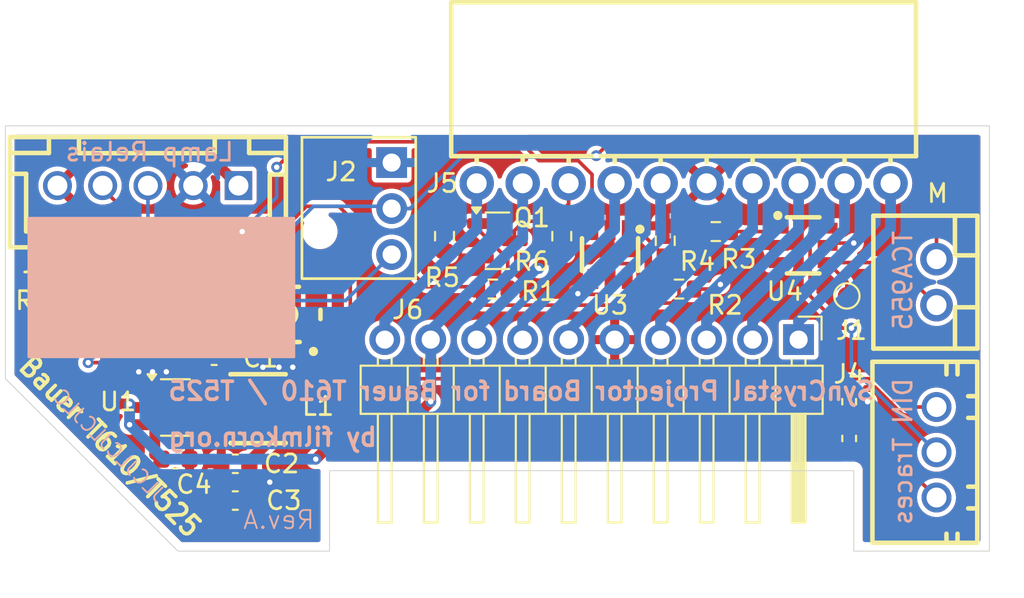
<source format=kicad_pcb>
(kicad_pcb (version 20240108) (generator "pcbnew") (generator_version "8.0")
  (layers (0 "F.Cu" signal) (31 "B.Cu" signal) (34 "B.Paste" user) (35 "F.Paste" user) (36 "B.SilkS" user "B.Silkscreen") (37 "F.SilkS" user "F.Silkscreen") (38 "B.Mask" user) (39 "F.Mask" user) (44 "Edge.Cuts" user))
  (net 0 "")
  (net 1 "Net-(U1-BST)")
  (net 2 "Net-(U1-SW)")
  (net 3 "GND")
  (net 4 "+5V")
  (net 5 "+15V")
  (net 6 "/M-Pin")
  (net 7 "/Pin_678")
  (net 8 "/Ctrl_V_in")
  (net 9 "/Stop_EN")
  (net 10 "/DAC_EN")
  (net 11 "Net-(J5-Pin_1)")
  (net 12 "Net-(J5-Pin_8)")
  (net 13 "Net-(J5-Pin_7)")
  (net 14 "Net-(J5-Pin_10)")
  (net 15 "Net-(J5-Pin_4)")
  (net 16 "Net-(J5-Pin_3)")
  (net 17 "Net-(R3-Pad1)")
  (net 18 "Net-(R3-Pad2)")
  (net 20 "Net-(J5-Pin_6)")
  (net 21 "Net-(J5-Pin_2)")
  (net 22 "Net-(J6-Pin_8)")
  (net 23 "Net-(R2-Pad1)")
  (net 24 "Net-(Q1-G)")
  (net 25 "Net-(U5-+)")
  (net 26 "Net-(R9-Pad2)")
  (net 28 "Net-(R9-Pad1)")
  (net 29 "Net-(U5--)")
  (net 30 "Net-(J4-Pin_3)")
  (footprint "TestPoint:TestPoint_Pad_D1.0mm" (layer "F.Cu") (at 209.677 85.598)
    (property "Reference" "TP1" (hide yes))
    (property "Value" "678")
    (pad "1" smd circle (at 0 0) (size 1 1) (layers "F.Cu" "F.Mask") (net 7 "/Pin_678"))
  )
  (footprint "easyEDA:IND-SMD_L3.0-W3.0" (layer "F.Cu") (at 177.152 91.821 180)
    (property "Reference" "L1" (at -3.315 0.127 0) (layer "F.SilkS"))
    (property "Value" "4.7uH")
    (pad "1" smd rect (at 1.33 0 180) (size 1.5 3.32) (layers "F.Cu" "F.Paste" "F.Mask") (net 2 "Net-(U1-SW)"))
    (pad "2" smd rect (at -1.33 0 180) (size 1.5 3.32) (layers "F.Cu" "F.Paste" "F.Mask") (net 4 "+5V"))
  )
  (footprint "Resistor_SMD:R_0402_1005Metric" (layer "F.Cu") (at 209.804 91.44 90)
    (property "Reference" "R12" (hide yes))
    (property "Value" "40k2")
    (pad "1" smd roundrect (at -0.51 0 90) (size 0.54 0.64) (layers "F.Cu" "F.Paste" "F.Mask") (net 30 "Net-(J4-Pin_3)"))
    (pad "2" smd roundrect (at 0.51 0 90) (size 0.54 0.64) (layers "F.Cu" "F.Paste" "F.Mask") (net 4 "+5V"))
  )
  (footprint "Resistor_SMD:R_0603_1608Metric" (layer "F.Cu") (at 168.91 88.138 -90)
    (property "Reference" "R10" (at -0.762 2.286 0) (layer "F.SilkS"))
    (property "Value" "10k")
    (pad "1" smd roundrect (at -0.825 0 270) (size 0.8 0.95) (layers "F.Cu" "F.Paste" "F.Mask") (net 29 "Net-(U5--)"))
    (pad "2" smd roundrect (at 0.825 0 270) (size 0.8 0.95) (layers "F.Cu" "F.Paste" "F.Mask") (net 8 "/Ctrl_V_in"))
  )
  (footprint "Capacitor_SMD:C_0603_1608Metric" (layer "F.Cu") (at 175.895 94.869 180)
    (property "Reference" "C2" (at -2.553 0 0) (layer "F.SilkS"))
    (property "Value" "22u")
    (pad "1" smd roundrect (at -0.775 0 180) (size 0.9 0.95) (layers "F.Cu" "F.Paste" "F.Mask") (net 4 "+5V"))
    (pad "2" smd roundrect (at 0.775 0 180) (size 0.9 0.95) (layers "F.Cu" "F.Paste" "F.Mask") (net 3 "GND"))
  )
  (footprint "Resistor_SMD:R_0603_1608Metric" (layer "F.Cu") (at 187.452 82.296 90)
    (property "Reference" "R5" (at -2.286 -0.127 180) (layer "F.SilkS"))
    (property "Value" "10k")
    (pad "1" smd roundrect (at -0.825 0 90) (size 0.8 0.95) (layers "F.Cu" "F.Paste" "F.Mask") (net 3 "GND"))
    (pad "2" smd roundrect (at 0.825 0 90) (size 0.8 0.95) (layers "F.Cu" "F.Paste" "F.Mask") (net 24 "Net-(Q1-G)"))
  )
  (footprint "Capacitor_SMD:C_0603_1608Metric" (layer "F.Cu") (at 172.593 94.615)
    (property "Reference" "C4" (at 1.016 1.397 0) (layer "F.SilkS"))
    (property "Value" "10u")
    (pad "1" smd roundrect (at -0.775 0) (size 0.9 0.95) (layers "F.Cu" "F.Paste" "F.Mask") (net 5 "+15V"))
    (pad "2" smd roundrect (at 0.775 0) (size 0.9 0.95) (layers "F.Cu" "F.Paste" "F.Mask") (net 3 "GND"))
  )
  (footprint "Resistor_SMD:R_0603_1608Metric" (layer "F.Cu") (at 202.438 82.042)
    (property "Reference" "R3" (at 1.27 1.524 0) (layer "F.SilkS"))
    (property "Value" "5k6")
    (pad "1" smd roundrect (at -0.825 0) (size 0.8 0.95) (layers "F.Cu" "F.Paste" "F.Mask") (net 17 "Net-(R3-Pad1)"))
    (pad "2" smd roundrect (at 0.825 0) (size 0.8 0.95) (layers "F.Cu" "F.Paste" "F.Mask") (net 18 "Net-(R3-Pad2)"))
  )
  (footprint "Peacemans Teile:PinHeader_1x03_P2.54mm_Vertical_BAUER" (layer "F.Cu") (at 184.531 78.232)
    (property "Reference" "J2" (at -2.794 0.508 0) (layer "F.SilkS"))
    (property "Value" "to DIN connecting 3+1 Socket cable")
    (pad "" np_thru_hole circle (at -3.9624 3.81) (size 1 1) (drill 1.45) (layers "F&B.Cu"))
    (pad "1" thru_hole rect (at 0 0) (size 1.7 1.7) (drill 1) (layers "*.Cu" "*.Mask") (net 4 "+5V"))
    (pad "2" thru_hole oval (at 0 2.54) (size 1.7 1.7) (drill 1) (layers "*.Cu" "*.Mask") (net 6 "/M-Pin"))
    (pad "3" thru_hole oval (at 0 5.08) (size 1.7 1.7) (drill 1) (layers "*.Cu" "*.Mask") (net 8 "/Ctrl_V_in"))
  )
  (footprint "Package_TO_SOT_SMD:TSOT-23-6" (layer "F.Cu") (at 172.5855 91.76)
    (property "Reference" "U1" (at -3.1675 -0.32 0) (layer "F.SilkS"))
    (property "Value" "AP63205WU")
    (pad "1" smd roundrect (at -1.1375 -0.95) (size 1.325 0.6) (layers "F.Cu" "F.Paste" "F.Mask") (net 4 "+5V"))
    (pad "2" smd roundrect (at -1.1375 0) (size 1.325 0.6) (layers "F.Cu" "F.Paste" "F.Mask") (net 5 "+15V"))
    (pad "3" smd roundrect (at -1.1375 0.95) (size 1.325 0.6) (layers "F.Cu" "F.Paste" "F.Mask") (net 5 "+15V"))
    (pad "4" smd roundrect (at 1.1375 0.95) (size 1.325 0.6) (layers "F.Cu" "F.Paste" "F.Mask") (net 3 "GND"))
    (pad "5" smd roundrect (at 1.1375 0) (size 1.325 0.6) (layers "F.Cu" "F.Paste" "F.Mask") (net 2 "Net-(U1-SW)"))
    (pad "6" smd roundrect (at 1.1375 -0.95) (size 1.325 0.6) (layers "F.Cu" "F.Paste" "F.Mask") (net 1 "Net-(U1-BST)"))
  )
  (footprint "easyEDA:SOT-23-6_L2.9-W1.6-P0.95-LS2.8-BR" (layer "F.Cu") (at 207.264 82.804 180)
    (property "Reference" "U4" (at 1.016 -2.54 180) (layer "F.SilkS"))
    (property "Value" "TS5A3160DBVR-TP")
    (pad "1" smd rect (at 1.35 0.95 180) (size 1.1 0.6) (layers "F.Cu" "F.Paste" "F.Mask") (net 18 "Net-(R3-Pad2)"))
    (pad "2" smd rect (at 1.35 0 180) (size 1.1 0.6) (layers "F.Cu" "F.Paste" "F.Mask") (net 3 "GND"))
    (pad "3" smd rect (at 1.35 -0.95 180) (size 1.1 0.6) (layers "F.Cu" "F.Paste" "F.Mask"))
    (pad "4" smd rect (at -1.35 -0.95 180) (size 1.1 0.6) (layers "F.Cu" "F.Paste" "F.Mask") (net 7 "/Pin_678"))
    (pad "5" smd rect (at -1.35 0 180) (size 1.1 0.6) (layers "F.Cu" "F.Paste" "F.Mask") (net 4 "+5V"))
    (pad "6" smd rect (at -1.35 0.95 180) (size 1.1 0.6) (layers "F.Cu" "F.Paste" "F.Mask") (net 10 "/DAC_EN"))
  )
  (footprint "easyEDA:SOT-23-5_L2.9-W1.6-P0.95-LS2.8-BR" (layer "F.Cu") (at 172.212 85.09 90)
    (property "Reference" "U5" (at -0.889 2.667 180) (layer "F.SilkS"))
    (property "Value" "TSV911ILT")
    (pad "1" smd rect (at 1.1 0.95 180) (size 0.6 1) (layers "F.Cu" "F.Paste" "F.Mask") (net 28 "Net-(R9-Pad1)"))
    (pad "2" smd rect (at 1.1 0 180) (size 0.6 1) (layers "F.Cu" "F.Paste" "F.Mask") (net 3 "GND"))
    (pad "3" smd rect (at 1.1 -0.95 180) (size 0.6 1) (layers "F.Cu" "F.Paste" "F.Mask") (net 25 "Net-(U5-+)"))
    (pad "4" smd rect (at -1.1 -0.95 180) (size 0.6 1) (layers "F.Cu" "F.Paste" "F.Mask") (net 29 "Net-(U5--)"))
    (pad "5" smd rect (at -1.1 0.95 180) (size 0.6 1) (layers "F.Cu" "F.Paste" "F.Mask") (net 4 "+5V"))
  )
  (footprint "Resistor_SMD:R_0603_1608Metric" (layer "F.Cu") (at 166.497 84.963 -90)
    (property "Reference" "R7" (at 0.889 1.778 180) (layer "F.SilkS"))
    (property "Value" "10k")
    (pad "1" smd roundrect (at -0.825 0 270) (size 0.8 0.95) (layers "F.Cu" "F.Paste" "F.Mask") (net 25 "Net-(U5-+)"))
    (pad "2" smd roundrect (at 0.825 0 270) (size 0.8 0.95) (layers "F.Cu" "F.Paste" "F.Mask") (net 4 "+5V"))
  )
  (footprint "easyEDA:CONN-TH_5P-P2.50_ZX-XH2.54-5PZZ" (layer "F.Cu") (at 171.069 79.502 180)
    (property "Reference" "J3" (at 6.096 -4.318 0) (layer "F.SilkS"))
    (property "Value" "to Lamp Relay Board")
    (pad "1" thru_hole rect (at -5 0 180) (size 1.52 1.6) (drill 1.100023) (layers "*.Cu" "*.Mask") (net 5 "+15V"))
    (pad "2" thru_hole circle (at -2.5 0 180) (size 1.6 1.6) (drill 1.100023) (layers "*.Cu" "*.Mask") (net 4 "+5V"))
    (pad "3" thru_hole circle (at 0 0 180) (size 1.6 1.6) (drill 1.100023) (layers "*.Cu" "*.Mask") (net 6 "/M-Pin"))
    (pad "4" thru_hole circle (at 2.5 0 180) (size 1.6 1.6) (drill 1.100023) (layers "*.Cu" "*.Mask") (net 9 "/Stop_EN"))
    (pad "5" thru_hole circle (at 5 0 180) (size 1.6 1.6) (drill 1.100023) (layers "*.Cu" "*.Mask") (net 3 "GND"))
  )
  (footprint "easyEDA:CONN-TH_2P-P2.54_ZX-XH2.54-2PZZ-Y" (layer "F.Cu") (at 214.63 84.836 90)
    (property "Reference" "J1" (at -2.667 -4.699 180) (layer "F.SilkS"))
    (property "Value" "to TCA955 PCB")
    (pad "1" thru_hole circle (at 1.27 0 90) (size 1.8 1.8) (drill 1.100023) (layers "*.Cu" "*.Mask") (net 6 "/M-Pin"))
    (pad "2" thru_hole circle (at -1.27 0 90) (size 1.8 1.8) (drill 1.100023) (layers "*.Cu" "*.Mask") (net 7 "/Pin_678"))
  )
  (footprint "Resistor_SMD:R_0603_1608Metric" (layer "F.Cu") (at 193.929 82.296 90)
    (property "Reference" "R6" (at -1.397 -1.651 180) (layer "F.SilkS"))
    (property "Value" "10k")
    (pad "1" smd roundrect (at -0.825 0 90) (size 0.8 0.95) (layers "F.Cu" "F.Paste" "F.Mask") (net 22 "Net-(J6-Pin_8)"))
    (pad "2" smd roundrect (at 0.825 0 90) (size 0.8 0.95) (layers "F.Cu" "F.Paste" "F.Mask") (net 12 "Net-(J5-Pin_8)"))
  )
  (footprint "Capacitor_SMD:C_0603_1608Metric" (layer "F.Cu") (at 175.895 96.901 180)
    (property "Reference" "C3" (at -2.68 0 0) (layer "F.SilkS"))
    (property "Value" "22u")
    (pad "1" smd roundrect (at -0.775 0 180) (size 0.9 0.95) (layers "F.Cu" "F.Paste" "F.Mask") (net 4 "+5V"))
    (pad "2" smd roundrect (at 0.775 0 180) (size 0.9 0.95) (layers "F.Cu" "F.Paste" "F.Mask") (net 3 "GND"))
  )
  (footprint "Resistor_SMD:R_0402_1005Metric" (layer "F.Cu") (at 209.804 93.472 90)
    (property "Reference" "R11" (hide yes))
    (property "Value" "10k")
    (pad "1" smd roundrect (at -0.51 0 90) (size 0.54 0.64) (layers "F.Cu" "F.Paste" "F.Mask") (net 3 "GND"))
    (pad "2" smd roundrect (at 0.51 0 90) (size 0.54 0.64) (layers "F.Cu" "F.Paste" "F.Mask") (net 30 "Net-(J4-Pin_3)"))
  )
  (footprint "easyEDA:RES-ADJ-SMD_3P-L3.8-W3.7_VGF39NCHXT" (layer "F.Cu") (at 178.689 86.614)
    (property "Reference" "RV1" (hide yes))
    (property "Value" "300")
    (pad "1" smd rect (at 1.68 1) (size 1.2 1.2) (layers "F.Cu" "F.Paste" "F.Mask"))
    (pad "2" smd rect (at -1.68 -0.01) (size 1.6 1.5) (layers "F.Cu" "F.Paste" "F.Mask") (net 29 "Net-(U5--)"))
    (pad "3" smd rect (at 1.68 -1) (size 1.2 1.2) (layers "F.Cu" "F.Paste" "F.Mask") (net 26 "Net-(R9-Pad2)"))
  )
  (footprint "Resistor_SMD:R_0603_1608Metric" (layer "F.Cu") (at 177.165 83.947)
    (property "Reference" "R9" (at -2.286 0.254 0) (layer "F.SilkS"))
    (property "Value" "2k7")
    (pad "1" smd roundrect (at -0.825 0) (size 0.8 0.95) (layers "F.Cu" "F.Paste" "F.Mask") (net 28 "Net-(R9-Pad1)"))
    (pad "2" smd roundrect (at 0.825 0) (size 0.8 0.95) (layers "F.Cu" "F.Paste" "F.Mask") (net 26 "Net-(R9-Pad2)"))
  )
  (footprint "easyEDA:HDR-TH_10P-P2.54-H-F-W10.0-N" (layer "F.Cu") (at 200.66 79.375 180)
    (property "Reference" "J5" (at 13.335 0 0) (layer "F.SilkS"))
    (property "Value" "Relais Board")
    (pad "1" thru_hole circle (at -11.43 0 180) (size 1.9 1.9) (drill 1.100023) (layers "*.Cu" "*.Mask") (net 11 "Net-(J5-Pin_1)"))
    (pad "2" thru_hole circle (at -8.89 0 180) (size 1.9 1.9) (drill 1.100023) (layers "*.Cu" "*.Mask") (net 21 "Net-(J5-Pin_2)"))
    (pad "3" thru_hole circle (at -6.35 0 180) (size 1.9 1.9) (drill 1.100023) (layers "*.Cu" "*.Mask") (net 16 "Net-(J5-Pin_3)"))
    (pad "4" thru_hole circle (at -3.81 0 180) (size 1.9 1.9) (drill 1.100023) (layers "*.Cu" "*.Mask") (net 15 "Net-(J5-Pin_4)"))
    (pad "5" thru_hole circle (at -1.27 0 180) (size 1.9 1.9) (drill 1.100023) (layers "*.Cu" "*.Mask") (net 3 "GND"))
    (pad "6" thru_hole circle (at 1.27 0 180) (size 1.9 1.9) (drill 1.100023) (layers "*.Cu" "*.Mask") (net 20 "Net-(J5-Pin_6)"))
    (pad "7" thru_hole circle (at 3.81 0 180) (size 1.9 1.9) (drill 1.100023) (layers "*.Cu" "*.Mask") (net 13 "Net-(J5-Pin_7)"))
    (pad "8" thru_hole circle (at 6.35 0 180) (size 1.9 1.9) (drill 1.100023) (layers "*.Cu" "*.Mask") (net 12 "Net-(J5-Pin_8)"))
    (pad "9" thru_hole circle (at 8.89 0 180) (size 1.9 1.9) (drill 1.100023) (layers "*.Cu" "*.Mask") (net 5 "+15V"))
    (pad "10" thru_hole circle (at 11.43 0 180) (size 1.9 1.9) (drill 1.100023) (layers "*.Cu" "*.Mask") (net 14 "Net-(J5-Pin_10)"))
  )
  (footprint "Resistor_SMD:R_0603_1608Metric" (layer "F.Cu") (at 199.644 82.55 -90)
    (property "Reference" "R4" (at 1.143 -1.778 0) (layer "F.SilkS"))
    (property "Value" "2k7")
    (pad "1" smd roundrect (at -0.825 0 270) (size 0.8 0.95) (layers "F.Cu" "F.Paste" "F.Mask") (net 3 "GND"))
    (pad "2" smd roundrect (at 0.825 0 270) (size 0.8 0.95) (layers "F.Cu" "F.Paste" "F.Mask") (net 23 "Net-(R2-Pad1)"))
  )
  (footprint "Resistor_SMD:R_0603_1608Metric" (layer "F.Cu") (at 168.91 84.963 90)
    (property "Reference" "R8" (hide yes))
    (property "Value" "4k7")
    (pad "1" smd roundrect (at -0.825 0 90) (size 0.8 0.95) (layers "F.Cu" "F.Paste" "F.Mask") (net 3 "GND"))
    (pad "2" smd roundrect (at 0.825 0 90) (size 0.8 0.95) (layers "F.Cu" "F.Paste" "F.Mask") (net 25 "Net-(U5-+)"))
  )
  (footprint "easyEDA:CONN-TH_ZX-XH2.54-3PZZ-Y" (layer "F.Cu") (at 214.63 94.234 -90)
    (property "Reference" "J4" (at -4.318 4.826 180) (layer "F.SilkS"))
    (property "Value" "to DIN Socket traces")
    (pad "1" thru_hole circle (at -2.5 0 270) (size 1.65 1.65) (drill 1.100023) (layers "*.Cu" "*.Mask") (net 9 "/Stop_EN"))
    (pad "2" thru_hole circle (at 0 0 270) (size 1.65 1.65) (drill 1.100023) (layers "*.Cu" "*.Mask") (net 10 "/DAC_EN"))
    (pad "3" thru_hole circle (at 2.5 0 270) (size 1.65 1.65) (drill 1.100023) (layers "*.Cu" "*.Mask") (net 30 "Net-(J4-Pin_3)"))
  )
  (footprint "Package_TO_SOT_SMD:SOT-23" (layer "F.Cu") (at 190.373 82.55)
    (property "Reference" "Q1" (at 1.905 -1.27 0) (layer "F.SilkS"))
    (property "Value" "AO3400A")
    (pad "1" smd roundrect (at -0.9375 -0.95) (size 1.475 0.6) (layers "F.Cu" "F.Paste" "F.Mask") (net 24 "Net-(Q1-G)"))
    (pad "2" smd roundrect (at -0.9375 0.95) (size 1.475 0.6) (layers "F.Cu" "F.Paste" "F.Mask") (net 3 "GND"))
    (pad "3" smd roundrect (at 0.9375 0) (size 1.475 0.6) (layers "F.Cu" "F.Paste" "F.Mask") (net 12 "Net-(J5-Pin_8)"))
  )
  (footprint "easyEDA:SOT-23-6_L2.9-W1.6-P0.95-LS2.8-BR" (layer "F.Cu") (at 196.596 83.312 90)
    (property "Reference" "U3" (at -2.794 0 180) (layer "F.SilkS"))
    (property "Value" "TS5A3160DBVR-TP")
    (pad "1" smd rect (at 1.35 0.95 90) (size 1.1 0.6) (layers "F.Cu" "F.Paste" "F.Mask") (net 23 "Net-(R2-Pad1)"))
    (pad "2" smd rect (at 1.35 0 90) (size 1.1 0.6) (layers "F.Cu" "F.Paste" "F.Mask") (net 3 "GND"))
    (pad "3" smd rect (at 1.35 -0.95 90) (size 1.1 0.6) (layers "F.Cu" "F.Paste" "F.Mask") (net 28 "Net-(R9-Pad1)"))
    (pad "4" smd rect (at -1.35 -0.95 90) (size 1.1 0.6) (layers "F.Cu" "F.Paste" "F.Mask") (net 17 "Net-(R3-Pad1)"))
    (pad "5" smd rect (at -1.35 0 90) (size 1.1 0.6) (layers "F.Cu" "F.Paste" "F.Mask") (net 4 "+5V"))
    (pad "6" smd rect (at -1.35 0.95 90) (size 1.1 0.6) (layers "F.Cu" "F.Paste" "F.Mask") (net 9 "/Stop_EN"))
  )
  (footprint "Resistor_SMD:R_0603_1608Metric" (layer "F.Cu") (at 200.406 85.217)
    (property "Reference" "R2" (at 2.54 0.889 180) (layer "F.SilkS"))
    (property "Value" "6k8")
    (pad "1" smd roundrect (at -0.825 0) (size 0.8 0.95) (layers "F.Cu" "F.Paste" "F.Mask") (net 23 "Net-(R2-Pad1)"))
    (pad "2" smd roundrect (at 0.825 0) (size 0.8 0.95) (layers "F.Cu" "F.Paste" "F.Mask") (net 4 "+5V"))
  )
  (footprint "Capacitor_SMD:C_0603_1608Metric" (layer "F.Cu") (at 171.577 88.011 180)
    (property "Reference" "C5" (at -2.54 0.508 0) (layer "F.SilkS"))
    (property "Value" "100n")
    (pad "1" smd roundrect (at -0.775 0 180) (size 0.9 0.95) (layers "F.Cu" "F.Paste" "F.Mask") (net 4 "+5V"))
    (pad "2" smd roundrect (at 0.775 0 180) (size 0.9 0.95) (layers "F.Cu" "F.Paste" "F.Mask") (net 3 "GND"))
  )
  (footprint "Connector_PinHeader_2.54mm:PinHeader_1x10_P2.54mm_Horizontal" (layer "F.Cu") (at 207.01 88.011 -90)
    (property "Reference" "J6" (at -1.651 21.59 180) (layer "F.SilkS"))
    (property "Value" "uC Cable")
    (pad "1" thru_hole rect (at 0 0 270) (size 1.7 1.7) (drill 1) (layers "*.Cu" "*.Mask") (net 11 "Net-(J5-Pin_1)"))
    (pad "2" thru_hole oval (at 0 2.54 270) (size 1.7 1.7) (drill 1) (layers "*.Cu" "*.Mask") (net 21 "Net-(J5-Pin_2)"))
    (pad "3" thru_hole oval (at 0 5.08 270) (size 1.7 1.7) (drill 1) (layers "*.Cu" "*.Mask") (net 16 "Net-(J5-Pin_3)"))
    (pad "4" thru_hole oval (at 0 7.62 270) (size 1.7 1.7) (drill 1) (layers "*.Cu" "*.Mask") (net 15 "Net-(J5-Pin_4)"))
    (pad "5" thru_hole oval (at 0 10.16 270) (size 1.7 1.7) (drill 1) (layers "*.Cu" "*.Mask") (net 3 "GND"))
    (pad "6" thru_hole oval (at 0 12.7 270) (size 1.7 1.7) (drill 1) (layers "*.Cu" "*.Mask") (net 20 "Net-(J5-Pin_6)"))
    (pad "7" thru_hole oval (at 0 15.24 270) (size 1.7 1.7) (drill 1) (layers "*.Cu" "*.Mask") (net 13 "Net-(J5-Pin_7)"))
    (pad "8" thru_hole oval (at 0 17.78 270) (size 1.7 1.7) (drill 1) (layers "*.Cu" "*.Mask") (net 22 "Net-(J6-Pin_8)"))
    (pad "9" thru_hole oval (at 0 20.32 270) (size 1.7 1.7) (drill 1) (layers "*.Cu" "*.Mask") (net 5 "+15V"))
    (pad "10" thru_hole oval (at 0 22.86 270) (size 1.7 1.7) (drill 1) (layers "*.Cu" "*.Mask") (net 14 "Net-(J5-Pin_10)"))
  )
  (footprint "Resistor_SMD:R_0603_1608Metric" (layer "F.Cu") (at 190.119 85.217)
    (property "Reference" "R1" (at 2.54 0.127 0) (layer "F.SilkS"))
    (property "Value" "220")
    (pad "1" smd roundrect (at -0.825 0) (size 0.8 0.95) (layers "F.Cu" "F.Paste" "F.Mask") (net 9 "/Stop_EN"))
    (pad "2" smd roundrect (at 0.825 0) (size 0.8 0.95) (layers "F.Cu" "F.Paste" "F.Mask") (net 24 "Net-(Q1-G)"))
  )
  (footprint "Capacitor_SMD:C_0603_1608Metric" (layer "F.Cu") (at 174.726 88.9 180)
    (property "Reference" "C1" (at -2.566 -0.127 0) (layer "F.SilkS"))
    (property "Value" "100n")
    (pad "1" smd roundrect (at -0.775 0 180) (size 0.9 0.95) (layers "F.Cu" "F.Paste" "F.Mask") (net 2 "Net-(U1-SW)"))
    (pad "2" smd roundrect (at 0.775 0 180) (size 0.9 0.95) (layers "F.Cu" "F.Paste" "F.Mask") (net 1 "Net-(U1-BST)"))
  )
  (gr_rect (start 164.465 81.28) (end 179.154876 88.984876) (stroke (width 0.1)) (fill solid) (layer "B.SilkS"))
  (gr_poly (pts (xy 163.195 76.2) (xy 217.551 76.2) (xy 217.551 99.695) (xy 210.058 99.695) (xy 210.058 95.25) (xy 181.102 95.25) (xy 181.102 99.695) (xy 172.72 99.695) (xy 163.195 90.17)) (stroke (width 0.05)) (fill none) (layer "Edge.Cuts"))
  (gr_text "SynCrystal Projector Board for Bauer T610 / T525" (at 172.085 91.44 0) (layer "B.SilkS") (effects (font (size 1 1) (thickness 0.2) (bold yes)) (justify right bottom mirror)))
  (gr_text "by filmkorn.org" (at 172.085 93.98 0) (layer "B.SilkS") (effects (font (size 1 1) (thickness 0.2) (bold yes)) (justify right bottom mirror)))
  (gr_text "TCA955" (at 213.36 81.915 90) (layer "B.SilkS") (effects (font (size 1 1)) (justify left bottom mirror)))
  (gr_text "Lamp Relais" (at 175.895 78.232 0) (layer "B.SilkS") (effects (font (size 1 1)) (justify left bottom mirror)))
  (gr_text "DIN Traces" (at 213.36 90.043 90) (layer "B.SilkS") (effects (font (size 1 1)) (justify left bottom mirror)))
  (gr_text "Rev.A" (at 180.34 98.552 0) (layer "B.SilkS") (effects (font (size 1 1) (thickness 0.1)) (justify left bottom mirror)))
  (gr_text "JLCJLCJLCJLC" (at 171.577 97.155 315) (layer "B.SilkS") (effects (font (size 0.8 0.8) (thickness 0.1)) (justify left bottom mirror)))
  (gr_text "Bauer T610/T525" (at 168.529 94.361 315) (layer "F.SilkS") (effects (font (size 1.1 1) (thickness 0.2) (bold yes)) (justify bottom)))
  (gr_text "M" (at 214.015 80.518 0) (layer "F.SilkS") (effects (font (size 1 1)) (justify left bottom)))
  (segment (start 173.723 90.81) (end 173.723 89.802) (width 0.6) (layer "F.Cu") (net 1))
  (segment (start 173.99 89.535) (end 173.951 89.496) (width 0.6) (layer "F.Cu") (net 1))
  (segment (start 173.951 89.496) (end 173.951 88.9) (width 0.6) (layer "F.Cu") (net 1))
  (segment (start 173.723 89.802) (end 173.99 89.535) (width 0.6) (layer "F.Cu") (net 1))
  (segment (start 175.761 91.76) (end 175.822 91.821) (width 0.2) (layer "F.Cu") (net 2))
  (segment (start 175.501 91.5) (end 175.822 91.821) (width 0.2) (layer "F.Cu") (net 2))
  (segment (start 175.501 88.9) (end 175.501 91.5) (width 0.6) (layer "F.Cu") (net 2))
  (segment (start 173.723 91.76) (end 175.761 91.76) (width 0.6) (layer "F.Cu") (net 2))
  (segment (start 178.482 92.917) (end 178.482 91.821) (width 0.6) (layer "F.Cu") (net 4))
  (segment (start 176.67 95.758) (end 177.673 95.758) (width 0.6) (layer "F.Cu") (net 4))
  (segment (start 201.231 85.217) (end 201.231 84.962) (width 0.2) (layer "F.Cu") (net 4))
  (segment (start 172.085 88.278) (end 172.352 88.011) (width 0.6) (layer "F.Cu") (net 4))
  (segment (start 176.67 94.729) (end 178.482 92.917) (width 0.6) (layer "F.Cu") (net 4))
  (segment (start 194.818 85.471) (end 194.859 85.512) (width 0.2) (layer "F.Cu") (net 4))
  (segment (start 172.974 86.378) (end 173.162 86.19) (width 0.6) (layer "F.Cu") (net 4))
  (segment (start 172.085 89.789) (end 172.085 88.278) (width 0.6) (layer "F.Cu") (net 4))
  (segment (start 171.323 89.789) (end 170.561 89.789) (width 0.6) (layer "F.Cu") (net 4))
  (segment (start 171.448 90.426) (end 172.085 89.789) (width 0.6) (layer "F.Cu") (net 4))
  (segment (start 171.448 90.81) (end 171.189 90.551) (width 0.6) (layer "F.Cu") (net 4))
  (segment (start 201.231 85.217) (end 202.438 85.217) (width 0.2) (layer "F.Cu") (net 4))
  (segment (start 172.974 87.389) (end 172.974 86.378) (width 0.6) (layer "F.Cu") (net 4))
  (segment (start 210.31 90.93) (end 210.82 91.44) (width 0.2) (layer "F.Cu") (net 4))
  (segment (start 176.67 95.758) (end 176.67 94.869) (width 0.6) (layer "F.Cu") (net 4))
  (segment (start 176.67 96.901) (end 176.67 95.758) (width 0.6) (layer "F.Cu") (net 4))
  (segment (start 171.189 90.551) (end 167.513 90.551) (width 0.6) (layer "F.Cu") (net 4))
  (segment (start 210.058 82.677) (end 208.741 82.677) (width 0.2) (layer "F.Cu") (net 4))
  (segment (start 178.482 89.709) (end 178.308 89.535) (width 0.6) (layer "F.Cu") (net 4))
  (segment (start 171.448 90.81) (end 171.448 90.426) (width 0.6) (layer "F.Cu") (net 4))
  (segment (start 196.596 85.412) (end 196.596 84.662) (width 0.2) (layer "F.Cu") (net 4))
  (segment (start 209.804 90.93) (end 210.31 90.93) (width 0.2) (layer "F.Cu") (net 4))
  (segment (start 178.308 89.535) (end 179.07 89.535) (width 0.6) (layer "F.Cu") (net 4))
  (segment (start 177.419 89.535) (end 179.07 89.535) (width 0.6) (layer "F.Cu") (net 4))
  (segment (start 166.497 89.535) (end 166.497 85.788) (width 0.6) (layer "F.Cu") (net 4))
  (segment (start 196.496 85.512) (end 196.596 85.412) (width 0.2) (layer "F.Cu") (net 4))
  (segment (start 171.198 90.426) (end 170.561 89.789) (width 0.6) (layer "F.Cu") (net 4))
  (segment (start 172.085 89.789) (end 171.323 89.789) (width 0.6) (layer "F.Cu") (net 4))
  (segment (start 171.448 90.426) (end 171.198 90.426) (width 0.6) (layer "F.Cu") (net 4))
  (segment (start 177.673 95.758) (end 177.8 95.885) (width 0.6) (layer "F.Cu") (net 4))
  (segment (start 176.67 94.869) (end 176.67 94.729) (width 0.6) (layer "F.Cu") (net 4))
  (segment (start 178.482 91.821) (end 178.482 89.709) (width 0.6) (layer "F.Cu") (net 4))
  (segment (start 194.859 85.512) (end 196.496 85.512) (width 0.2) (layer "F.Cu") (net 4))
  (segment (start 202.438 85.217) (end 202.692 84.963) (width 0.2) (layer "F.Cu") (net 4))
  (segment (start 208.741 82.677) (end 208.614 82.804) (width 0.2) (layer "F.Cu") (net 4))
  (segment (start 172.352 88.011) (end 172.974 87.389) (width 0.6) (layer "F.Cu") (net 4))
  (segment (start 167.513 90.551) (end 166.497 89.535) (width 0.6) (layer "F.Cu") (net 4))
  (via (at 202.692 84.963) (size 0.6) (drill 0.3) (layers "F.Cu" "B.Cu") (net 4))
  (via (at 210.82 91.44) (size 0.6) (drill 0.3) (layers "F.Cu" "B.Cu") (net 4))
  (via (at 172.085 89.789) (size 0.6) (drill 0.3) (layers "F.Cu" "B.Cu") (net 4))
  (via (at 210.058 82.677) (size 0.6) (drill 0.3) (layers "F.Cu" "B.Cu") (net 4))
  (via (at 179.07 89.535) (size 0.6) (drill 0.3) (layers "F.Cu" "B.Cu") (net 4))
  (via (at 194.818 85.471) (size 0.6) (drill 0.3) (layers "F.Cu" "B.Cu") (net 4))
  (via (at 170.561 89.789) (size 0.6) (drill 0.3) (layers "F.Cu" "B.Cu") (net 4))
  (via (at 178.308 89.535) (size 0.6) (drill 0.3) (layers "F.Cu" "B.Cu") (net 4))
  (via (at 177.419 89.535) (size 0.6) (drill 0.3) (layers "F.Cu" "B.Cu") (net 4))
  (via (at 171.323 89.789) (size 0.6) (drill 0.3) (layers "F.Cu" "B.Cu") (net 4))
  (via (at 177.8 95.885) (size 0.6) (drill 0.3) (layers "F.Cu" "B.Cu") (net 4))
  (segment (start 182.245 92.71) (end 180.34 94.615) (width 0.6) (layer "F.Cu") (net 5))
  (segment (start 165.227 77.724) (end 174.291 77.724) (width 0.6) (layer "F.Cu") (net 5))
  (segment (start 170.053 91.567) (end 170.246 91.76) (width 0.6) (layer "F.Cu") (net 5))
  (segment (start 174.291 77.724) (end 176.069 79.502) (width 0.6) (layer "F.Cu") (net 5))
  (segment (start 164.719 89.154) (end 164.719 78.232) (width 0.6) (layer "F.Cu") (net 5))
  (segment (start 170.246 91.76) (end 171.448 91.76) (width 0.6) (layer "F.Cu") (net 5))
  (segment (start 164.719 78.232) (end 165.227 77.724) (width 0.6) (layer "F.Cu") (net 5))
  (segment (start 167.132 91.567) (end 164.719 89.154) (width 0.6) (layer "F.Cu") (net 5))
  (segment (start 171.448 94.35) (end 171.437 94.361) (width 0.6) (layer "F.Cu") (net 5))
  (segment (start 186.69 91.44) (end 185.42 92.71) (width 0.6) (layer "F.Cu") (net 5))
  (segment (start 185.42 92.71) (end 182.245 92.71) (width 0.6) (layer "F.Cu") (net 5))
  (segment (start 171.448 92.71) (end 171.448 94.35) (width 0.6) (layer "F.Cu") (net 5))
  (segment (start 170.053 91.567) (end 167.132 91.567) (width 0.6) (layer "F.Cu") (net 5))
  (segment (start 170.053 92.71) (end 171.448 92.71) (width 0.6) (layer "F.Cu") (net 5))
  (via (at 170.053 92.71) (size 0.6) (drill 0.3) (layers "F.Cu" "B.Cu") (net 5))
  (via (at 186.69 91.44) (size 0.6) (drill 0.3) (layers "F.Cu" "B.Cu") (net 5))
  (via (at 170.053 91.567) (size 0.6) (drill 0.3) (layers "F.Cu" "B.Cu") (net 5))
  (via (at 180.34 94.615) (size 0.6) (drill 0.3) (layers "F.Cu" "B.Cu") (net 5))
  (segment (start 191.77 82.423) (end 191.77 79.375) (width 0.6) (layer "B.Cu") (net 5))
  (segment (start 186.69 87.503) (end 191.77 82.423) (width 0.6) (layer "B.Cu") (net 5))
  (segment (start 186.69 88.011) (end 186.69 91.44) (width 0.6) (layer "B.Cu") (net 5))
  (segment (start 171.958 94.615) (end 170.053 92.71) (width 0.6) (layer "B.Cu") (net 5))
  (segment (start 170.053 92.71) (end 170.053 91.567) (width 0.6) (layer "B.Cu") (net 5))
  (segment (start 180.34 94.615) (end 171.958 94.615) (width 0.6) (layer "B.Cu") (net 5))
  (segment (start 186.69 88.011) (end 186.69 87.503) (width 0.6) (layer "B.Cu") (net 5))
  (segment (start 214.63 79.375) (end 214.63 83.566) (width 0.2) (layer "F.Cu") (net 6))
  (segment (start 212.598 77.343) (end 214.63 79.375) (width 0.2) (layer "F.Cu") (net 6))
  (segment (start 195.834 77.851) (end 196.342 77.343) (width 0.2) (layer "F.Cu") (net 6))
  (segment (start 196.342 77.343) (end 212.598 77.343) (width 0.2) (layer "F.Cu") (net 6))
  (via (at 195.834 77.851) (size 0.6) (drill 0.3) (layers "F.Cu" "B.Cu") (net 6))
  (segment (start 180.213 80.645) (end 184.404 80.645) (width 0.2) (layer "B.Cu") (net 6))
  (segment (start 171.069 81.407) (end 173.228 83.566) (width 0.2) (layer "B.Cu") (net 6))
  (segment (start 173.228 83.566) (end 177.292 83.566) (width 0.2) (layer "B.Cu") (net 6))
  (segment (start 171.069 79.502) (end 171.069 81.407) (width 0.2) (layer "B.Cu") (net 6))
  (segment (start 195.834 77.851) (end 195.76 77.925) (width 0.2) (layer "B.Cu") (net 6))
  (segment (start 177.292 83.566) (end 180.213 80.645) (width 0.2) (layer "B.Cu") (net 6))
  (segment (start 184.404 80.645) (end 184.531 80.772) (width 0.2) (layer "B.Cu") (net 6))
  (segment (start 188.394 77.925) (end 185.547 80.772) (width 0.2) (layer "B.Cu") (net 6))
  (segment (start 185.547 80.772) (end 184.531 80.772) (width 0.2) (layer "B.Cu") (net 6))
  (segment (start 195.76 77.925) (end 188.394 77.925) (width 0.2) (layer "B.Cu") (net 6))
  (segment (start 209.677 84.817) (end 208.614 83.754) (width 0.2) (layer "F.Cu") (net 7))
  (segment (start 209.677 85.598) (end 209.677 84.817) (width 0.2) (layer "F.Cu") (net 7))
  (segment (start 208.614 83.754) (end 212.278 83.754) (width 0.2) (layer "F.Cu") (net 7))
  (segment (start 212.278 83.754) (end 214.63 86.106) (width 0.2) (layer "F.Cu") (net 7))
  (segment (start 168.592 89.281) (end 168.91 88.963) (width 0.2) (layer "F.Cu") (net 8))
  (segment (start 167.767 89.281) (end 168.592 89.281) (width 0.2) (layer "F.Cu") (net 8))
  (via (at 167.767 89.281) (size 0.6) (drill 0.3) (layers "F.Cu" "B.Cu") (net 8))
  (segment (start 181.991 85.852) (end 184.531 83.312) (width 0.2) (layer "B.Cu") (net 8))
  (segment (start 167.767 89.281) (end 171.196 85.852) (width 0.2) (layer "B.Cu") (net 8))
  (segment (start 171.196 85.852) (end 181.991 85.852) (width 0.2) (layer "B.Cu") (net 8))
  (segment (start 189.167 85.09) (end 189.294 85.217) (width 0.2) (layer "F.Cu") (net 9))
  (segment (start 170.307 81.407) (end 179.065 81.407) (width 0.2) (layer "F.Cu") (net 9))
  (segment (start 183.027 82.062) (end 185.048767 82.062) (width 0.2) (layer "F.Cu") (net 9))
  (segment (start 183.515 90.17) (end 211.415 90.17) (width 0.2) (layer "F.Cu") (net 9))
  (segment (start 179.827 80.645) (end 181.61 80.645) (width 0.2) (layer "F.Cu") (net 9))
  (segment (start 197.546 85.537) (end 197.546 84.662) (width 0.2) (layer "F.Cu") (net 9))
  (segment (start 189.294 85.217) (end 189.294 85.852) (width 0.2) (layer "F.Cu") (net 9))
  (segment (start 189.548 86.106) (end 196.977 86.106) (width 0.2) (layer "F.Cu") (net 9))
  (segment (start 212.979 91.734) (end 214.884 91.734) (width 0.2) (layer "F.Cu") (net 9))
  (segment (start 189.294 85.852) (end 189.548 86.106) (width 0.2) (layer "F.Cu") (net 9))
  (segment (start 185.801 84.063767) (end 185.801 84.455) (width 0.2) (layer "F.Cu") (net 9))
  (segment (start 168.569 79.502) (end 168.569 79.669) (width 0.2) (layer "F.Cu") (net 9))
  (segment (start 179.065 81.407) (end 179.827 80.645) (width 0.2) (layer "F.Cu") (net 9))
  (segment (start 211.415 90.17) (end 212.979 91.734) (width 0.2) (layer "F.Cu") (net 9))
  (segment (start 185.781 84.043767) (end 185.801 84.063767) (width 0.2) (layer "F.Cu") (net 9))
  (segment (start 168.569 79.669) (end 170.307 81.407) (width 0.2) (layer "F.Cu") (net 9))
  (segment (start 185.801 84.455) (end 186.436 85.09) (width 0.2) (layer "F.Cu") (net 9))
  (segment (start 181.61 80.645) (end 183.027 82.062) (width 0.2) (layer "F.Cu") (net 9))
  (segment (start 186.436 85.09) (end 189.167 85.09) (width 0.2) (layer "F.Cu") (net 9))
  (segment (start 182.245 88.9) (end 183.515 90.17) (width 0.2) (layer "F.Cu") (net 9))
  (segment (start 182.245 81.28) (end 182.245 88.9) (width 0.2) (layer "F.Cu") (net 9))
  (segment (start 185.781 82.794233) (end 185.781 84.043767) (width 0.2) (layer "F.Cu") (net 9))
  (segment (start 185.048767 82.062) (end 185.781 82.794233) (width 0.2) (layer "F.Cu") (net 9))
  (segment (start 196.977 86.106) (end 197.546 85.537) (width 0.2) (layer "F.Cu") (net 9))
  (segment (start 207.645 82.169) (end 207.96 81.854) (width 0.2) (layer "F.Cu") (net 10))
  (segment (start 207.645 85.598) (end 207.645 82.169) (width 0.2) (layer "F.Cu") (net 10))
  (segment (start 207.96 81.854) (end 208.614 81.854) (width 0.2) (layer "F.Cu") (net 10))
  (segment (start 209.931 87.376) (end 209.423 87.376) (width 0.2) (layer "F.Cu") (net 10))
  (segment (start 209.423 87.376) (end 207.645 85.598) (width 0.2) (layer "F.Cu") (net 10))
  (via (at 209.931 87.376) (size 0.6) (drill 0.3) (layers "F.Cu" "B.Cu") (net 10))
  (segment (start 209.931 87.376) (end 209.931 89.535) (width 0.2) (layer "B.Cu") (net 10))
  (segment (start 209.931 89.535) (end 214.63 94.234) (width 0.2) (layer "B.Cu") (net 10))
  (segment (start 207.01 88.011) (end 207.01 86.995) (width 0.6) (layer "B.Cu") (net 11))
  (segment (start 207.01 86.995) (end 212.09 81.915) (width 0.6) (layer "B.Cu") (net 11))
  (segment (start 212.09 81.915) (end 212.09 79.375) (width 0.6) (layer "B.Cu") (net 11))
  (segment (start 193.929 80.899) (end 194.31 80.518) (width 0.2) (layer "F.Cu") (net 12))
  (segment (start 191.833 81.471) (end 191.3105 81.9935) (width 0.2) (layer "F.Cu") (net 12))
  (segment (start 193.929 81.471) (end 191.833 81.471) (width 0.2) (layer "F.Cu") (net 12))
  (segment (start 194.31 80.518) (end 194.31 79.375) (width 0.2) (layer "F.Cu") (net 12))
  (segment (start 193.929 81.471) (end 193.929 80.899) (width 0.2) (layer "F.Cu") (net 12))
  (segment (start 191.3105 81.9935) (end 191.3105 82.55) (width 0.2) (layer "F.Cu") (net 12))
  (segment (start 191.77 88.011) (end 191.77 86.995) (width 0.6) (layer "B.Cu") (net 13))
  (segment (start 191.77 86.995) (end 196.85 81.915) (width 0.6) (layer "B.Cu") (net 13))
  (segment (start 196.85 81.915) (end 196.85 79.375) (width 0.6) (layer "B.Cu") (net 13))
  (segment (start 189.23 81.915) (end 189.23 79.375) (width 0.6) (layer "B.Cu") (net 14))
  (segment (start 184.15 86.995) (end 189.23 81.915) (width 0.6) (layer "B.Cu") (net 14))
  (segment (start 184.15 88.011) (end 184.15 86.995) (width 0.6) (layer "B.Cu") (net 14))
  (segment (start 199.39 86.995) (end 204.47 81.915) (width 0.6) (layer "B.Cu") (net 15))
  (segment (start 204.47 81.915) (end 204.47 79.375) (width 0.6) (layer "B.Cu") (net 15))
  (segment (start 199.39 88.011) (end 199.39 86.995) (width 0.6) (layer "B.Cu") (net 15))
  (segment (start 201.93 88.011) (end 201.93 86.995) (width 0.6) (layer "B.Cu") (net 16))
  (segment (start 207.01 81.915) (end 207.01 79.375) (width 0.6) (layer "B.Cu") (net 16))
  (segment (start 201.93 86.995) (end 207.01 81.915) (width 0.6) (layer "B.Cu") (net 16))
  (segment (start 195.646 84.297) (end 195.646 84.662) (width 0.2) (layer "F.Cu") (net 17))
  (segment (start 198.146 83.812) (end 196.131 83.812) (width 0.2) (layer "F.Cu") (net 17))
  (segment (start 200.406 84.582) (end 200.406 85.579648) (width 0.2) (layer "F.Cu") (net 17))
  (segment (start 198.146 84.989) (end 198.146 83.812) (width 0.2) (layer "F.Cu") (net 17))
  (segment (start 200.406 85.579648) (end 199.993648 85.992) (width 0.2) (layer "F.Cu") (net 17))
  (segment (start 201.613 82.042) (end 201.613 83.375) (width 0.2) (layer "F.Cu") (net 17))
  (segment (start 199.149 85.992) (end 198.146 84.989) (width 0.2) (layer "F.Cu") (net 17))
  (segment (start 201.613 83.375) (end 200.406 84.582) (width 0.2) (layer "F.Cu") (net 17))
  (segment (start 196.131 83.812) (end 195.646 84.297) (width 0.2) (layer "F.Cu") (net 17))
  (segment (start 199.993648 85.992) (end 199.149 85.992) (width 0.2) (layer "F.Cu") (net 17))
  (segment (start 205.726 82.042) (end 205.914 81.854) (width 0.2) (layer "F.Cu") (net 18))
  (segment (start 203.263 82.042) (end 205.726 82.042) (width 0.2) (layer "F.Cu") (net 18))
  (segment (start 194.31 88.011) (end 194.31 87.503) (width 0.6) (layer "B.Cu") (net 20))
  (segment (start 194.31 87.503) (end 199.39 82.423) (width 0.6) (layer "B.Cu") (net 20))
  (segment (start 199.39 82.423) (end 199.39 79.375) (width 0.6) (layer "B.Cu") (net 20))
  (segment (start 209.55 81.915) (end 209.55 79.375) (width 0.6) (layer "B.Cu") (net 21))
  (segment (start 204.47 86.995) (end 209.55 81.915) (width 0.6) (layer "B.Cu") (net 21))
  (segment (start 204.47 88.011) (end 204.47 86.995) (width 0.6) (layer "B.Cu") (net 21))
  (segment (start 192.659 83.947) (end 192.659 84.074) (width 0.6) (layer "F.Cu") (net 22))
  (segment (start 193.485 83.121) (end 192.659 83.947) (width 0.6) (layer "F.Cu") (net 22))
  (segment (start 193.929 83.121) (end 193.485 83.121) (width 0.6) (layer "F.Cu") (net 22))
  (via (at 192.659 84.074) (size 0.6) (drill 0.3) (layers "F.Cu" "B.Cu") (net 22))
  (segment (start 192.659 84.074) (end 192.532 84.074) (width 0.6) (layer "B.Cu") (net 22))
  (segment (start 189.23 87.376) (end 189.23 88.011) (width 0.6) (layer "B.Cu") (net 22))
  (segment (start 192.532 84.074) (end 189.23 87.376) (width 0.6) (layer "B.Cu") (net 22))
  (segment (start 199.644 83.375) (end 199.58 83.375) (width 0.2) (layer "F.Cu") (net 23))
  (segment (start 199.581 83.438) (end 199.644 83.375) (width 0.2) (layer "F.Cu") (net 23))
  (segment (start 199.581 85.217) (end 199.581 83.438) (width 0.2) (layer "F.Cu") (net 23))
  (segment (start 199.581 85.217) (end 199.581 85.585872) (width 0.2) (layer "F.Cu") (net 23))
  (segment (start 198.167 81.962) (end 197.546 81.962) (width 0.2) (layer "F.Cu") (net 23))
  (segment (start 199.58 83.375) (end 198.167 81.962) (width 0.2) (layer "F.Cu") (net 23))
  (segment (start 187.452 81.471) (end 189.3065 81.471) (width 0.2) (layer "F.Cu") (net 24))
  (segment (start 189.3065 81.471) (end 189.4355 81.6) (width 0.2) (layer "F.Cu") (net 24))
  (segment (start 190.944 85.217) (end 190.944 83.561552) (width 0.2) (layer "F.Cu") (net 24))
  (segment (start 189.4355 82.053052) (end 189.4355 81.6) (width 0.2) (layer "F.Cu") (net 24))
  (segment (start 190.944 83.561552) (end 189.4355 82.053052) (width 0.2) (layer "F.Cu") (net 24))
  (segment (start 166.751 84.138) (end 169.037 84.138) (width 0.2) (layer "F.Cu") (net 25))
  (segment (start 169.037 84.138) (end 171.114 84.138) (width 0.2) (layer "F.Cu") (net 25))
  (segment (start 171.114 84.138) (end 171.262 83.99) (width 0.2) (layer "F.Cu") (net 25))
  (segment (start 178.912 83.947) (end 180.369 85.404) (width 0.2) (layer "F.Cu") (net 26))
  (segment (start 180.369 85.404) (end 180.369 85.614) (width 0.2) (layer "F.Cu") (net 26))
  (segment (start 177.99 83.947) (end 178.912 83.947) (width 0.2) (layer "F.Cu") (net 26))
  (segment (start 173.162 83.99) (end 173.205 83.947) (width 0.2) (layer "F.Cu") (net 28))
  (segment (start 195.6 81.916) (end 195.646 81.962) (width 0.2) (layer "F.Cu") (net 28))
  (segment (start 191.636 77.082) (end 192.679 78.125) (width 0.2) (layer "F.Cu") (net 28))
  (segment (start 195.6 78.887) (end 195.6 81.916) (width 0.2) (layer "F.Cu") (net 28))
  (segment (start 179.585 77.082) (end 191.636 77.082) (width 0.2) (layer "F.Cu") (net 28))
  (segment (start 192.679 78.125) (end 194.838 78.125) (width 0.2) (layer "F.Cu") (net 28))
  (segment (start 178.181 78.486) (end 179.585 77.082) (width 0.2) (layer "F.Cu") (net 28))
  (segment (start 176.34 82.106) (end 176.34 83.947) (width 0.2) (layer "F.Cu") (net 28))
  (segment (start 194.838 78.125) (end 195.6 78.887) (width 0.2) (layer "F.Cu") (net 28))
  (segment (start 176.276 82.042) (end 176.34 82.106) (width 0.2) (layer "F.Cu") (net 28))
  (segment (start 173.205 83.947) (end 176.34 83.947) (width 0.2) (layer "F.Cu") (net 28))
  (via (at 178.181 78.486) (size 0.6) (drill 0.3) (layers "F.Cu" "B.Cu") (net 28))
  (via (at 176.276 82.042) (size 0.6) (drill 0.3) (layers "F.Cu" "B.Cu") (net 28))
  (segment (start 176.276 82.042) (end 178.181 80.137) (width 0.2) (layer "B.Cu") (net 28))
  (segment (start 178.181 80.137) (end 178.181 78.486) (width 0.2) (layer "B.Cu") (net 28))
  (segment (start 175.795 85.39) (end 172.674 85.39) (width 0.2) (layer "F.Cu") (net 29))
  (segment (start 170.033 86.19) (end 171.262 86.19) (width 0.2) (layer "F.Cu") (net 29))
  (segment (start 172.674 85.39) (end 172.466 85.598) (width 0.2) (layer "F.Cu") (net 29))
  (segment (start 177.009 86.604) (end 175.795 85.39) (width 0.2) (layer "F.Cu") (net 29))
  (segment (start 172.466 85.598) (end 171.854 85.598) (width 0.2) (layer "F.Cu") (net 29))
  (segment (start 171.854 85.598) (end 171.262 86.19) (width 0.2) (layer "F.Cu") (net 29))
  (segment (start 169.29047 87.313) (end 168.91 87.313) (width 0.2) (layer "F.Cu") (net 29))
  (segment (start 168.91 87.313) (end 170.033 86.19) (width 0.2) (layer "F.Cu") (net 29))
  (segment (start 209.804 92.962) (end 209.804 91.95) (width 0.2) (layer "F.Cu") (net 30))
  (segment (start 214.63 96.734) (end 209.804 91.95) (width 0.2) (layer "F.Cu") (net 30))
  (zone (net 3) (net_name "GND") (layer "F.Cu") (connect_pads (clearance 0.25)) (min_thickness 0.25) (fill yes (thermal_gap 0.3) (thermal_bridge_width 0.5))
    (polygon (pts (xy 163.195 76.2) (xy 218.44 76.2) (xy 218.44 101.6) (xy 173.99 101.6) (xy 163.195 90.805)))
  )
  (zone (net 4) (net_name "+5V") (layer "B.Cu") (priority 1) (connect_pads (clearance 0.25)) (min_thickness 0.25) (fill yes (thermal_gap 0.5) (thermal_bridge_width 0.5))
    (polygon (pts (xy 163.195 76.2) (xy 218.44 76.2) (xy 218.44 101.6) (xy 209.55 101.6) (xy 209.55 94.996) (xy 181.61 94.996) (xy 181.61 101.6) (xy 173.99 101.6) (xy 163.195 90.805)))
  )
)
</source>
